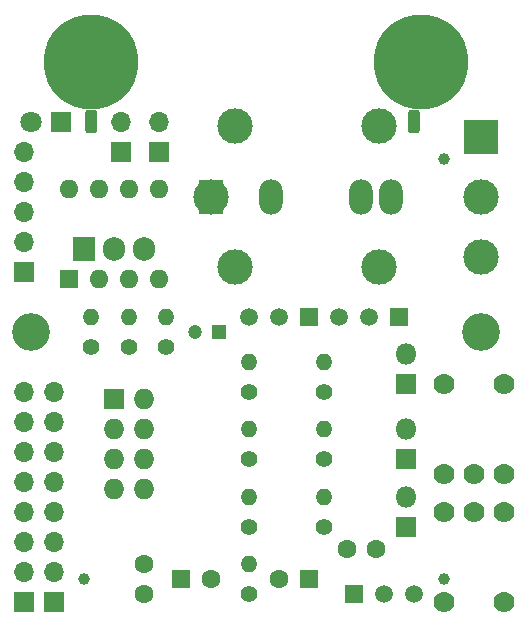
<source format=gts>
G04 #@! TF.GenerationSoftware,KiCad,Pcbnew,(5.1.6-0-10_14)*
G04 #@! TF.CreationDate,2021-04-02T14:20:53+01:00*
G04 #@! TF.ProjectId,WiFive55,57694669-7665-4353-952e-6b696361645f,0.10*
G04 #@! TF.SameCoordinates,Original*
G04 #@! TF.FileFunction,Soldermask,Top*
G04 #@! TF.FilePolarity,Negative*
%FSLAX46Y46*%
G04 Gerber Fmt 4.6, Leading zero omitted, Abs format (unit mm)*
G04 Created by KiCad (PCBNEW (5.1.6-0-10_14)) date 2021-04-02 14:20:53*
%MOMM*%
%LPD*%
G01*
G04 APERTURE LIST*
%ADD10C,1.600000*%
%ADD11R,1.600000X1.600000*%
%ADD12C,1.200000*%
%ADD13R,1.200000X1.200000*%
%ADD14O,1.400000X1.400000*%
%ADD15C,1.400000*%
%ADD16C,0.900000*%
%ADD17C,8.000000*%
%ADD18O,1.905000X2.000000*%
%ADD19R,1.905000X2.000000*%
%ADD20R,1.500000X1.500000*%
%ADD21C,1.500000*%
%ADD22O,1.700000X1.700000*%
%ADD23R,1.700000X1.700000*%
%ADD24C,1.000000*%
%ADD25O,1.727200X1.727200*%
%ADD26R,1.727200X1.727200*%
%ADD27C,3.200000*%
%ADD28O,1.600000X1.600000*%
%ADD29C,1.800000*%
%ADD30R,1.800000X1.800000*%
%ADD31C,3.000000*%
%ADD32R,3.000000X3.000000*%
%ADD33O,1.800000X1.800000*%
%ADD34O,2.000000X3.000000*%
%ADD35R,2.000000X3.000000*%
%ADD36C,1.778000*%
G04 APERTURE END LIST*
D10*
X119340000Y-92075000D03*
D11*
X116840000Y-92075000D03*
D10*
X125135000Y-92075000D03*
D11*
X127635000Y-92075000D03*
D12*
X118015000Y-71120000D03*
D13*
X120015000Y-71120000D03*
D14*
X122555000Y-90805000D03*
D15*
X122555000Y-93345000D03*
D14*
X115570000Y-69850000D03*
D15*
X115570000Y-72390000D03*
D16*
X135038680Y-50381320D03*
X137160000Y-51260000D03*
X139281320Y-50381320D03*
X140160000Y-48260000D03*
X139281320Y-46138680D03*
X137160000Y-45260000D03*
X135038680Y-46138680D03*
X134160000Y-48260000D03*
D17*
X137160000Y-48260000D03*
D16*
X107098680Y-50381320D03*
X109220000Y-51260000D03*
X111341320Y-50381320D03*
X112220000Y-48260000D03*
X111341320Y-46138680D03*
X109220000Y-45260000D03*
X107098680Y-46138680D03*
X106220000Y-48260000D03*
D17*
X109220000Y-48260000D03*
G36*
G01*
X109700000Y-52590000D02*
X109700000Y-54090000D01*
G75*
G02*
X109450000Y-54340000I-250000J0D01*
G01*
X108950000Y-54340000D01*
G75*
G02*
X108700000Y-54090000I0J250000D01*
G01*
X108700000Y-52590000D01*
G75*
G02*
X108950000Y-52340000I250000J0D01*
G01*
X109450000Y-52340000D01*
G75*
G02*
X109700000Y-52590000I0J-250000D01*
G01*
G37*
G36*
G01*
X137025000Y-52590000D02*
X137025000Y-54090000D01*
G75*
G02*
X136775000Y-54340000I-250000J0D01*
G01*
X136275000Y-54340000D01*
G75*
G02*
X136025000Y-54090000I0J250000D01*
G01*
X136025000Y-52590000D01*
G75*
G02*
X136275000Y-52340000I250000J0D01*
G01*
X136775000Y-52340000D01*
G75*
G02*
X137025000Y-52590000I0J-250000D01*
G01*
G37*
D18*
X113665000Y-64135000D03*
X111125000Y-64135000D03*
D19*
X108585000Y-64135000D03*
D20*
X135255000Y-69850000D03*
D21*
X130175000Y-69850000D03*
X132715000Y-69850000D03*
D20*
X127635000Y-69850000D03*
D21*
X122555000Y-69850000D03*
X125095000Y-69850000D03*
D22*
X111760000Y-53340000D03*
D23*
X111760000Y-55880000D03*
D22*
X114935000Y-53340000D03*
D23*
X114935000Y-55880000D03*
D14*
X122555000Y-85090000D03*
D15*
X122555000Y-87630000D03*
D14*
X122555000Y-73660000D03*
D15*
X122555000Y-76200000D03*
D14*
X128905000Y-73660000D03*
D15*
X128905000Y-76200000D03*
D14*
X128905000Y-79375000D03*
D15*
X128905000Y-81915000D03*
D14*
X128905000Y-85090000D03*
D15*
X128905000Y-87630000D03*
D14*
X112395000Y-69850000D03*
D15*
X112395000Y-72390000D03*
D14*
X122555000Y-79375000D03*
D15*
X122555000Y-81915000D03*
D14*
X109220000Y-69850000D03*
D15*
X109220000Y-72390000D03*
D24*
X139065000Y-56515000D03*
X108585000Y-92075000D03*
X139065000Y-92075000D03*
D20*
X131445000Y-93345000D03*
D21*
X136525000Y-93345000D03*
X133985000Y-93345000D03*
D22*
X106045000Y-76200000D03*
X106045000Y-78740000D03*
X106045000Y-81280000D03*
X106045000Y-83820000D03*
X106045000Y-86360000D03*
X106045000Y-88900000D03*
X106045000Y-91440000D03*
D23*
X106045000Y-93980000D03*
D22*
X103505000Y-76200000D03*
X103505000Y-78740000D03*
X103505000Y-81280000D03*
X103505000Y-83820000D03*
X103505000Y-86360000D03*
X103505000Y-88900000D03*
X103505000Y-91440000D03*
D23*
X103505000Y-93980000D03*
D22*
X103505000Y-55880000D03*
X103505000Y-58420000D03*
X103505000Y-60960000D03*
X103505000Y-63500000D03*
D23*
X103505000Y-66040000D03*
D25*
X113665000Y-84455000D03*
X111125000Y-84455000D03*
X113665000Y-81915000D03*
X111125000Y-81915000D03*
X113665000Y-79375000D03*
X111125000Y-79375000D03*
X113665000Y-76835000D03*
D26*
X111125000Y-76835000D03*
D27*
X142240000Y-71120000D03*
X104140000Y-71120000D03*
D10*
X113665000Y-93305000D03*
X113665000Y-90805000D03*
D28*
X107315000Y-59055000D03*
X114935000Y-66675000D03*
X109855000Y-59055000D03*
X112395000Y-66675000D03*
X112395000Y-59055000D03*
X109855000Y-66675000D03*
X114935000Y-59055000D03*
D11*
X107315000Y-66675000D03*
D29*
X104140000Y-53340000D03*
D30*
X106680000Y-53340000D03*
D31*
X142240000Y-64770000D03*
X142240000Y-59690000D03*
D32*
X142240000Y-54610000D03*
D33*
X135890000Y-73025000D03*
D30*
X135890000Y-75565000D03*
D33*
X135890000Y-85090000D03*
D30*
X135890000Y-87630000D03*
D33*
X135890000Y-79375000D03*
D30*
X135890000Y-81915000D03*
D34*
X134620000Y-59690000D03*
X132080000Y-59690000D03*
X124460000Y-59690000D03*
D35*
X119380000Y-59690000D03*
D36*
X144145000Y-86360000D03*
X141605000Y-86360000D03*
X139065000Y-86360000D03*
X139065000Y-93980000D03*
X144145000Y-93980000D03*
X139065000Y-83185000D03*
X141605000Y-83185000D03*
X144145000Y-83185000D03*
X144145000Y-75565000D03*
X139065000Y-75565000D03*
D31*
X119380000Y-59690000D03*
X121380000Y-53690000D03*
X133580000Y-53690000D03*
X133580000Y-65690000D03*
X121380000Y-65690000D03*
D10*
X130850000Y-89535000D03*
X133350000Y-89535000D03*
M02*

</source>
